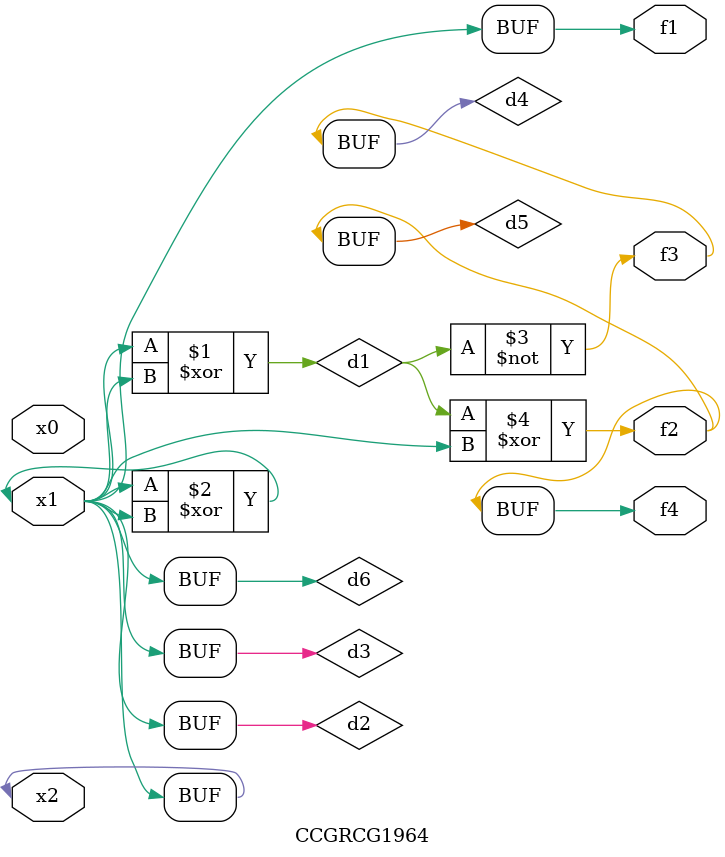
<source format=v>
module CCGRCG1964(
	input x0, x1, x2,
	output f1, f2, f3, f4
);

	wire d1, d2, d3, d4, d5, d6;

	xor (d1, x1, x2);
	buf (d2, x1, x2);
	xor (d3, x1, x2);
	nor (d4, d1);
	xor (d5, d1, d2);
	buf (d6, d2, d3);
	assign f1 = d6;
	assign f2 = d5;
	assign f3 = d4;
	assign f4 = d5;
endmodule

</source>
